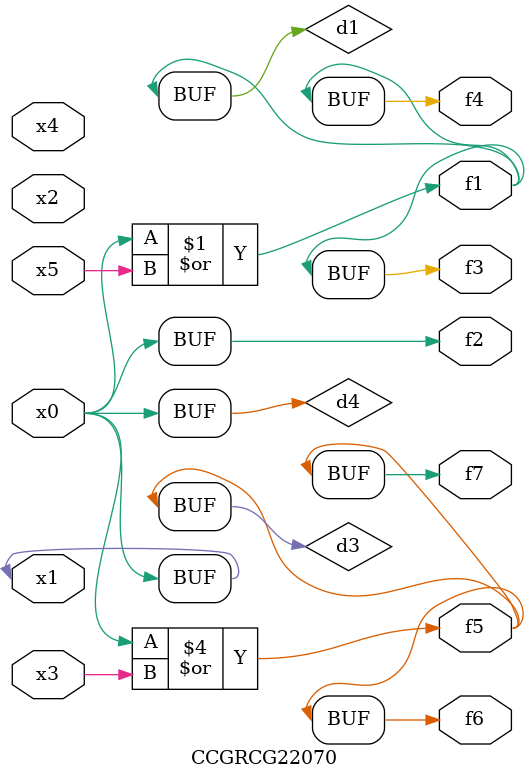
<source format=v>
module CCGRCG22070(
	input x0, x1, x2, x3, x4, x5,
	output f1, f2, f3, f4, f5, f6, f7
);

	wire d1, d2, d3, d4;

	or (d1, x0, x5);
	xnor (d2, x1, x4);
	or (d3, x0, x3);
	buf (d4, x0, x1);
	assign f1 = d1;
	assign f2 = d4;
	assign f3 = d1;
	assign f4 = d1;
	assign f5 = d3;
	assign f6 = d3;
	assign f7 = d3;
endmodule

</source>
